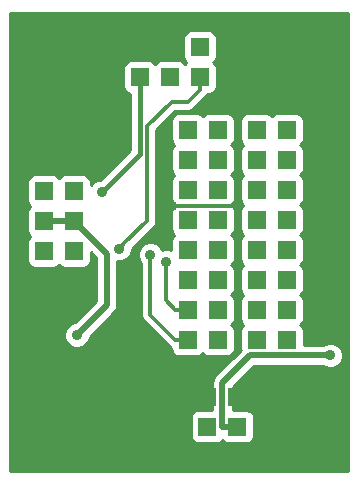
<source format=gbr>
G04 #@! TF.FileFunction,Copper,L1,Top,Signal*
%FSLAX46Y46*%
G04 Gerber Fmt 4.6, Leading zero omitted, Abs format (unit mm)*
G04 Created by KiCad (PCBNEW 0.201505041002+5641~23~ubuntu14.04.1-product) date St 6. květen 2015, 01:30:27 CEST*
%MOMM*%
G01*
G04 APERTURE LIST*
%ADD10C,0.300000*%
%ADD11R,1.524000X1.524000*%
%ADD12C,6.000000*%
%ADD13C,0.889000*%
%ADD14C,0.500000*%
%ADD15C,0.400000*%
%ADD16C,0.254000*%
G04 APERTURE END LIST*
D10*
D11*
X20193000Y2159000D03*
X17653000Y2159000D03*
X20193000Y4699000D03*
X17653000Y4699000D03*
X20193000Y7239000D03*
X17653000Y7239000D03*
X21844000Y27305000D03*
X24384000Y27305000D03*
D12*
X25400000Y35560000D03*
X5080000Y35560000D03*
X25400000Y5080000D03*
X5080000Y5080000D03*
D11*
X16002000Y12065000D03*
X18542000Y12065000D03*
X16002000Y14605000D03*
X18542000Y14605000D03*
X16002000Y17145000D03*
X18542000Y17145000D03*
X16002000Y19685000D03*
X18542000Y19685000D03*
X16002000Y22225000D03*
X18542000Y22225000D03*
X16002000Y24765000D03*
X18542000Y24765000D03*
X16002000Y27305000D03*
X18542000Y27305000D03*
X16002000Y29845000D03*
X18542000Y29845000D03*
X21844000Y12065000D03*
X24384000Y12065000D03*
X21844000Y14605000D03*
X24384000Y14605000D03*
X21844000Y17145000D03*
X24384000Y17145000D03*
X21844000Y19685000D03*
X24384000Y19685000D03*
X21844000Y22225000D03*
X24384000Y22225000D03*
X21844000Y24765000D03*
X24384000Y24765000D03*
X21844000Y29845000D03*
X24384000Y29845000D03*
X17018000Y34290000D03*
X17018000Y36830000D03*
X6350000Y17018000D03*
X3810000Y17018000D03*
X6350000Y19558000D03*
X3810000Y19558000D03*
X6350000Y22098000D03*
X3810000Y22098000D03*
X6350000Y24638000D03*
X3810000Y24638000D03*
X6350000Y27178000D03*
X3810000Y27178000D03*
X14478000Y36830000D03*
X14478000Y34290000D03*
X11938000Y36830000D03*
X11938000Y34290000D03*
D13*
X28041606Y10718800D03*
X6604000Y12446000D03*
X14681199Y23406101D03*
X8686800Y24536400D03*
X10166020Y19766816D03*
X14152542Y18655114D03*
X12823585Y19245521D03*
D14*
X6604000Y12446000D02*
X9144000Y14986000D01*
X9144000Y14986000D02*
X9144000Y19304000D01*
X9144000Y19304000D02*
X6350000Y22098000D01*
X27412989Y10718800D02*
X28041606Y10718800D01*
X21241598Y10718800D02*
X27412989Y10718800D01*
X18926999Y8404201D02*
X21241598Y10718800D01*
X18931000Y4699000D02*
X18926999Y4703001D01*
X20193000Y4699000D02*
X18931000Y4699000D01*
X18926999Y4703001D02*
X18926999Y8404201D01*
X6350000Y22098000D02*
X3810000Y22098000D01*
D10*
X14681199Y23406101D02*
X19977101Y23406101D01*
D15*
X9131299Y24980899D02*
X8686800Y24536400D01*
X11938000Y27787600D02*
X9131299Y24980899D01*
X11938000Y34290000D02*
X11938000Y27787600D01*
D10*
X17018000Y34290000D02*
X17018000Y33228000D01*
X17018000Y33228000D02*
X15981650Y32191650D01*
X12542010Y22142806D02*
X10610519Y20211315D01*
X15981650Y32191650D02*
X14614850Y32191650D01*
X14614850Y32191650D02*
X12542010Y30118810D01*
X12542010Y30118810D02*
X12542010Y22142806D01*
X10610519Y20211315D02*
X10166020Y19766816D01*
X14152542Y15392458D02*
X14152542Y18026497D01*
X14940000Y14605000D02*
X14152542Y15392458D01*
X16002000Y14605000D02*
X14940000Y14605000D01*
X14152542Y18026497D02*
X14152542Y18655114D01*
X12823585Y18616904D02*
X12823585Y19245521D01*
X12823585Y14181415D02*
X12823585Y18616904D01*
X16002000Y12065000D02*
X14940000Y12065000D01*
X14940000Y12065000D02*
X12823585Y14181415D01*
D16*
G36*
X29541000Y939000D02*
X29121293Y939000D01*
X29121293Y10932584D01*
X28957295Y11329489D01*
X28653892Y11633422D01*
X28257274Y11798113D01*
X27827822Y11798487D01*
X27430917Y11634489D01*
X27400174Y11603800D01*
X25793440Y11603800D01*
X25793440Y12827000D01*
X25746463Y13069123D01*
X25606673Y13281927D01*
X25528458Y13334723D01*
X25600927Y13382327D01*
X25743377Y13593360D01*
X25793440Y13843000D01*
X25793440Y15367000D01*
X25746463Y15609123D01*
X25606673Y15821927D01*
X25528458Y15874723D01*
X25600927Y15922327D01*
X25743377Y16133360D01*
X25793440Y16383000D01*
X25793440Y17907000D01*
X25746463Y18149123D01*
X25606673Y18361927D01*
X25528458Y18414723D01*
X25600927Y18462327D01*
X25743377Y18673360D01*
X25793440Y18923000D01*
X25793440Y20447000D01*
X25746463Y20689123D01*
X25606673Y20901927D01*
X25528458Y20954723D01*
X25600927Y21002327D01*
X25743377Y21213360D01*
X25793440Y21463000D01*
X25793440Y22987000D01*
X25746463Y23229123D01*
X25606673Y23441927D01*
X25528458Y23494723D01*
X25600927Y23542327D01*
X25743377Y23753360D01*
X25793440Y24003000D01*
X25793440Y25527000D01*
X25746463Y25769123D01*
X25606673Y25981927D01*
X25528458Y26034723D01*
X25600927Y26082327D01*
X25743377Y26293360D01*
X25793440Y26543000D01*
X25793440Y28067000D01*
X25746463Y28309123D01*
X25606673Y28521927D01*
X25528458Y28574723D01*
X25600927Y28622327D01*
X25743377Y28833360D01*
X25793440Y29083000D01*
X25793440Y30607000D01*
X25746463Y30849123D01*
X25606673Y31061927D01*
X25395640Y31204377D01*
X25146000Y31254440D01*
X23622000Y31254440D01*
X23379877Y31207463D01*
X23167073Y31067673D01*
X23114277Y30989459D01*
X23066673Y31061927D01*
X22855640Y31204377D01*
X22606000Y31254440D01*
X21082000Y31254440D01*
X20839877Y31207463D01*
X20627073Y31067673D01*
X20484623Y30856640D01*
X20434560Y30607000D01*
X20434560Y29083000D01*
X20481537Y28840877D01*
X20621327Y28628073D01*
X20699541Y28575278D01*
X20627073Y28527673D01*
X20484623Y28316640D01*
X20434560Y28067000D01*
X20434560Y26543000D01*
X20481537Y26300877D01*
X20621327Y26088073D01*
X20699541Y26035278D01*
X20627073Y25987673D01*
X20484623Y25776640D01*
X20434560Y25527000D01*
X20434560Y24003000D01*
X20481537Y23760877D01*
X20621327Y23548073D01*
X20699541Y23495278D01*
X20627073Y23447673D01*
X20484623Y23236640D01*
X20434560Y22987000D01*
X20434560Y21463000D01*
X20481537Y21220877D01*
X20621327Y21008073D01*
X20699541Y20955278D01*
X20627073Y20907673D01*
X20484623Y20696640D01*
X20434560Y20447000D01*
X20434560Y18923000D01*
X20481537Y18680877D01*
X20621327Y18468073D01*
X20699541Y18415278D01*
X20627073Y18367673D01*
X20484623Y18156640D01*
X20434560Y17907000D01*
X20434560Y16383000D01*
X20481537Y16140877D01*
X20621327Y15928073D01*
X20699541Y15875278D01*
X20627073Y15827673D01*
X20484623Y15616640D01*
X20434560Y15367000D01*
X20434560Y13843000D01*
X20481537Y13600877D01*
X20621327Y13388073D01*
X20699541Y13335278D01*
X20627073Y13287673D01*
X20484623Y13076640D01*
X20434560Y12827000D01*
X20434560Y11303000D01*
X20457253Y11186035D01*
X19951440Y10680222D01*
X19951440Y11303000D01*
X19951440Y12827000D01*
X19904463Y13069123D01*
X19764673Y13281927D01*
X19686458Y13334723D01*
X19758927Y13382327D01*
X19901377Y13593360D01*
X19951440Y13843000D01*
X19951440Y15367000D01*
X19904463Y15609123D01*
X19764673Y15821927D01*
X19686458Y15874723D01*
X19758927Y15922327D01*
X19901377Y16133360D01*
X19951440Y16383000D01*
X19951440Y17907000D01*
X19904463Y18149123D01*
X19764673Y18361927D01*
X19686458Y18414723D01*
X19758927Y18462327D01*
X19901377Y18673360D01*
X19951440Y18923000D01*
X19951440Y20447000D01*
X19904463Y20689123D01*
X19764673Y20901927D01*
X19686458Y20954723D01*
X19758927Y21002327D01*
X19901377Y21213360D01*
X19951440Y21463000D01*
X19951440Y22987000D01*
X19904463Y23229123D01*
X19764673Y23441927D01*
X19686458Y23494723D01*
X19758927Y23542327D01*
X19901377Y23753360D01*
X19951440Y24003000D01*
X19951440Y25527000D01*
X19904463Y25769123D01*
X19764673Y25981927D01*
X19686458Y26034723D01*
X19758927Y26082327D01*
X19901377Y26293360D01*
X19951440Y26543000D01*
X19951440Y28067000D01*
X19904463Y28309123D01*
X19764673Y28521927D01*
X19686458Y28574723D01*
X19758927Y28622327D01*
X19901377Y28833360D01*
X19951440Y29083000D01*
X19951440Y30607000D01*
X19904463Y30849123D01*
X19764673Y31061927D01*
X19553640Y31204377D01*
X19304000Y31254440D01*
X18427440Y31254440D01*
X18427440Y33528000D01*
X18427440Y35052000D01*
X18380463Y35294123D01*
X18240673Y35506927D01*
X18162458Y35559723D01*
X18234927Y35607327D01*
X18377377Y35818360D01*
X18427440Y36068000D01*
X18427440Y37592000D01*
X18380463Y37834123D01*
X18240673Y38046927D01*
X18029640Y38189377D01*
X17780000Y38239440D01*
X16256000Y38239440D01*
X16013877Y38192463D01*
X15801073Y38052673D01*
X15658623Y37841640D01*
X15608560Y37592000D01*
X15608560Y36068000D01*
X15655537Y35825877D01*
X15795327Y35613073D01*
X15873541Y35560278D01*
X15801073Y35512673D01*
X15748277Y35434459D01*
X15700673Y35506927D01*
X15489640Y35649377D01*
X15240000Y35699440D01*
X13716000Y35699440D01*
X13473877Y35652463D01*
X13261073Y35512673D01*
X13208277Y35434459D01*
X13160673Y35506927D01*
X12949640Y35649377D01*
X12700000Y35699440D01*
X11176000Y35699440D01*
X10933877Y35652463D01*
X10721073Y35512673D01*
X10578623Y35301640D01*
X10528560Y35052000D01*
X10528560Y33528000D01*
X10575537Y33285877D01*
X10715327Y33073073D01*
X10926360Y32930623D01*
X11103000Y32895200D01*
X11103000Y28133468D01*
X8585521Y25615990D01*
X8473016Y25616087D01*
X8076111Y25452089D01*
X7772178Y25148686D01*
X7759440Y25118010D01*
X7759440Y25400000D01*
X7712463Y25642123D01*
X7572673Y25854927D01*
X7361640Y25997377D01*
X7112000Y26047440D01*
X5588000Y26047440D01*
X5345877Y26000463D01*
X5133073Y25860673D01*
X5080277Y25782459D01*
X5032673Y25854927D01*
X4821640Y25997377D01*
X4572000Y26047440D01*
X3048000Y26047440D01*
X2805877Y26000463D01*
X2593073Y25860673D01*
X2450623Y25649640D01*
X2400560Y25400000D01*
X2400560Y23876000D01*
X2447537Y23633877D01*
X2587327Y23421073D01*
X2665541Y23368278D01*
X2593073Y23320673D01*
X2450623Y23109640D01*
X2400560Y22860000D01*
X2400560Y21336000D01*
X2447537Y21093877D01*
X2587327Y20881073D01*
X2665541Y20828278D01*
X2593073Y20780673D01*
X2450623Y20569640D01*
X2400560Y20320000D01*
X2400560Y18796000D01*
X2447537Y18553877D01*
X2587327Y18341073D01*
X2798360Y18198623D01*
X3048000Y18148560D01*
X4572000Y18148560D01*
X4814123Y18195537D01*
X5026927Y18335327D01*
X5079722Y18413542D01*
X5127327Y18341073D01*
X5338360Y18198623D01*
X5588000Y18148560D01*
X7112000Y18148560D01*
X7354123Y18195537D01*
X7566927Y18335327D01*
X7709377Y18546360D01*
X7759440Y18796000D01*
X7759440Y19436980D01*
X8259000Y18937420D01*
X8259000Y15352580D01*
X6432070Y13525651D01*
X6390216Y13525687D01*
X5993311Y13361689D01*
X5689378Y13058286D01*
X5524687Y12661668D01*
X5524313Y12232216D01*
X5688311Y11835311D01*
X5991714Y11531378D01*
X6388332Y11366687D01*
X6817784Y11366313D01*
X7214689Y11530311D01*
X7518622Y11833714D01*
X7683313Y12230332D01*
X7683350Y12273772D01*
X9769786Y14360208D01*
X9769789Y14360210D01*
X9769790Y14360210D01*
X9961633Y14647325D01*
X10029000Y14986000D01*
X10029000Y18687435D01*
X10379804Y18687129D01*
X10776709Y18851127D01*
X11080642Y19154530D01*
X11245333Y19551148D01*
X11245494Y19736133D01*
X13097089Y21587727D01*
X13267255Y21842400D01*
X13327010Y22142806D01*
X13327010Y29793652D01*
X14940008Y31406650D01*
X15981650Y31406650D01*
X16282056Y31466405D01*
X16282057Y31466405D01*
X16536729Y31636571D01*
X17573079Y32672921D01*
X17711818Y32880560D01*
X17780000Y32880560D01*
X18022123Y32927537D01*
X18234927Y33067327D01*
X18377377Y33278360D01*
X18427440Y33528000D01*
X18427440Y31254440D01*
X17780000Y31254440D01*
X17537877Y31207463D01*
X17325073Y31067673D01*
X17272277Y30989459D01*
X17224673Y31061927D01*
X17013640Y31204377D01*
X16764000Y31254440D01*
X15240000Y31254440D01*
X14997877Y31207463D01*
X14785073Y31067673D01*
X14642623Y30856640D01*
X14592560Y30607000D01*
X14592560Y29083000D01*
X14639537Y28840877D01*
X14779327Y28628073D01*
X14857541Y28575278D01*
X14785073Y28527673D01*
X14642623Y28316640D01*
X14592560Y28067000D01*
X14592560Y26543000D01*
X14639537Y26300877D01*
X14779327Y26088073D01*
X14857541Y26035278D01*
X14785073Y25987673D01*
X14642623Y25776640D01*
X14592560Y25527000D01*
X14592560Y24003000D01*
X14639537Y23760877D01*
X14779327Y23548073D01*
X14857541Y23495278D01*
X14785073Y23447673D01*
X14642623Y23236640D01*
X14592560Y22987000D01*
X14592560Y21463000D01*
X14639537Y21220877D01*
X14779327Y21008073D01*
X14857541Y20955278D01*
X14785073Y20907673D01*
X14642623Y20696640D01*
X14592560Y20447000D01*
X14592560Y19641268D01*
X14368210Y19734427D01*
X13938758Y19734801D01*
X13811214Y19682102D01*
X13739274Y19856210D01*
X13435871Y20160143D01*
X13039253Y20324834D01*
X12609801Y20325208D01*
X12212896Y20161210D01*
X11908963Y19857807D01*
X11744272Y19461189D01*
X11743898Y19031737D01*
X11907896Y18634832D01*
X12038585Y18503914D01*
X12038585Y14181415D01*
X12098340Y13881008D01*
X12268506Y13626336D01*
X14384921Y11509921D01*
X14592560Y11371182D01*
X14592560Y11303000D01*
X14639537Y11060877D01*
X14779327Y10848073D01*
X14990360Y10705623D01*
X15240000Y10655560D01*
X16764000Y10655560D01*
X17006123Y10702537D01*
X17218927Y10842327D01*
X17271722Y10920542D01*
X17319327Y10848073D01*
X17530360Y10705623D01*
X17780000Y10655560D01*
X19304000Y10655560D01*
X19546123Y10702537D01*
X19758927Y10842327D01*
X19901377Y11053360D01*
X19951440Y11303000D01*
X19951440Y10680222D01*
X18301209Y9029991D01*
X18109366Y8742876D01*
X18098188Y8686686D01*
X18041998Y8404201D01*
X18041999Y8404195D01*
X18041999Y6108440D01*
X16891000Y6108440D01*
X16648877Y6061463D01*
X16436073Y5921673D01*
X16293623Y5710640D01*
X16243560Y5461000D01*
X16243560Y3937000D01*
X16290537Y3694877D01*
X16430327Y3482073D01*
X16641360Y3339623D01*
X16891000Y3289560D01*
X18415000Y3289560D01*
X18657123Y3336537D01*
X18869927Y3476327D01*
X18922722Y3554542D01*
X18970327Y3482073D01*
X19181360Y3339623D01*
X19431000Y3289560D01*
X20955000Y3289560D01*
X21197123Y3336537D01*
X21409927Y3476327D01*
X21552377Y3687360D01*
X21602440Y3937000D01*
X21602440Y5461000D01*
X21555463Y5703123D01*
X21415673Y5915927D01*
X21204640Y6058377D01*
X20955000Y6108440D01*
X19811999Y6108440D01*
X19811999Y8037622D01*
X21608177Y9833800D01*
X27399749Y9833800D01*
X27429320Y9804178D01*
X27825938Y9639487D01*
X28255390Y9639113D01*
X28652295Y9803111D01*
X28956228Y10106514D01*
X29120919Y10503132D01*
X29121293Y10932584D01*
X29121293Y939000D01*
X939000Y939000D01*
X939000Y39701000D01*
X29541000Y39701000D01*
X29541000Y939000D01*
X29541000Y939000D01*
G37*
X29541000Y939000D02*
X29121293Y939000D01*
X29121293Y10932584D01*
X28957295Y11329489D01*
X28653892Y11633422D01*
X28257274Y11798113D01*
X27827822Y11798487D01*
X27430917Y11634489D01*
X27400174Y11603800D01*
X25793440Y11603800D01*
X25793440Y12827000D01*
X25746463Y13069123D01*
X25606673Y13281927D01*
X25528458Y13334723D01*
X25600927Y13382327D01*
X25743377Y13593360D01*
X25793440Y13843000D01*
X25793440Y15367000D01*
X25746463Y15609123D01*
X25606673Y15821927D01*
X25528458Y15874723D01*
X25600927Y15922327D01*
X25743377Y16133360D01*
X25793440Y16383000D01*
X25793440Y17907000D01*
X25746463Y18149123D01*
X25606673Y18361927D01*
X25528458Y18414723D01*
X25600927Y18462327D01*
X25743377Y18673360D01*
X25793440Y18923000D01*
X25793440Y20447000D01*
X25746463Y20689123D01*
X25606673Y20901927D01*
X25528458Y20954723D01*
X25600927Y21002327D01*
X25743377Y21213360D01*
X25793440Y21463000D01*
X25793440Y22987000D01*
X25746463Y23229123D01*
X25606673Y23441927D01*
X25528458Y23494723D01*
X25600927Y23542327D01*
X25743377Y23753360D01*
X25793440Y24003000D01*
X25793440Y25527000D01*
X25746463Y25769123D01*
X25606673Y25981927D01*
X25528458Y26034723D01*
X25600927Y26082327D01*
X25743377Y26293360D01*
X25793440Y26543000D01*
X25793440Y28067000D01*
X25746463Y28309123D01*
X25606673Y28521927D01*
X25528458Y28574723D01*
X25600927Y28622327D01*
X25743377Y28833360D01*
X25793440Y29083000D01*
X25793440Y30607000D01*
X25746463Y30849123D01*
X25606673Y31061927D01*
X25395640Y31204377D01*
X25146000Y31254440D01*
X23622000Y31254440D01*
X23379877Y31207463D01*
X23167073Y31067673D01*
X23114277Y30989459D01*
X23066673Y31061927D01*
X22855640Y31204377D01*
X22606000Y31254440D01*
X21082000Y31254440D01*
X20839877Y31207463D01*
X20627073Y31067673D01*
X20484623Y30856640D01*
X20434560Y30607000D01*
X20434560Y29083000D01*
X20481537Y28840877D01*
X20621327Y28628073D01*
X20699541Y28575278D01*
X20627073Y28527673D01*
X20484623Y28316640D01*
X20434560Y28067000D01*
X20434560Y26543000D01*
X20481537Y26300877D01*
X20621327Y26088073D01*
X20699541Y26035278D01*
X20627073Y25987673D01*
X20484623Y25776640D01*
X20434560Y25527000D01*
X20434560Y24003000D01*
X20481537Y23760877D01*
X20621327Y23548073D01*
X20699541Y23495278D01*
X20627073Y23447673D01*
X20484623Y23236640D01*
X20434560Y22987000D01*
X20434560Y21463000D01*
X20481537Y21220877D01*
X20621327Y21008073D01*
X20699541Y20955278D01*
X20627073Y20907673D01*
X20484623Y20696640D01*
X20434560Y20447000D01*
X20434560Y18923000D01*
X20481537Y18680877D01*
X20621327Y18468073D01*
X20699541Y18415278D01*
X20627073Y18367673D01*
X20484623Y18156640D01*
X20434560Y17907000D01*
X20434560Y16383000D01*
X20481537Y16140877D01*
X20621327Y15928073D01*
X20699541Y15875278D01*
X20627073Y15827673D01*
X20484623Y15616640D01*
X20434560Y15367000D01*
X20434560Y13843000D01*
X20481537Y13600877D01*
X20621327Y13388073D01*
X20699541Y13335278D01*
X20627073Y13287673D01*
X20484623Y13076640D01*
X20434560Y12827000D01*
X20434560Y11303000D01*
X20457253Y11186035D01*
X19951440Y10680222D01*
X19951440Y11303000D01*
X19951440Y12827000D01*
X19904463Y13069123D01*
X19764673Y13281927D01*
X19686458Y13334723D01*
X19758927Y13382327D01*
X19901377Y13593360D01*
X19951440Y13843000D01*
X19951440Y15367000D01*
X19904463Y15609123D01*
X19764673Y15821927D01*
X19686458Y15874723D01*
X19758927Y15922327D01*
X19901377Y16133360D01*
X19951440Y16383000D01*
X19951440Y17907000D01*
X19904463Y18149123D01*
X19764673Y18361927D01*
X19686458Y18414723D01*
X19758927Y18462327D01*
X19901377Y18673360D01*
X19951440Y18923000D01*
X19951440Y20447000D01*
X19904463Y20689123D01*
X19764673Y20901927D01*
X19686458Y20954723D01*
X19758927Y21002327D01*
X19901377Y21213360D01*
X19951440Y21463000D01*
X19951440Y22987000D01*
X19904463Y23229123D01*
X19764673Y23441927D01*
X19686458Y23494723D01*
X19758927Y23542327D01*
X19901377Y23753360D01*
X19951440Y24003000D01*
X19951440Y25527000D01*
X19904463Y25769123D01*
X19764673Y25981927D01*
X19686458Y26034723D01*
X19758927Y26082327D01*
X19901377Y26293360D01*
X19951440Y26543000D01*
X19951440Y28067000D01*
X19904463Y28309123D01*
X19764673Y28521927D01*
X19686458Y28574723D01*
X19758927Y28622327D01*
X19901377Y28833360D01*
X19951440Y29083000D01*
X19951440Y30607000D01*
X19904463Y30849123D01*
X19764673Y31061927D01*
X19553640Y31204377D01*
X19304000Y31254440D01*
X18427440Y31254440D01*
X18427440Y33528000D01*
X18427440Y35052000D01*
X18380463Y35294123D01*
X18240673Y35506927D01*
X18162458Y35559723D01*
X18234927Y35607327D01*
X18377377Y35818360D01*
X18427440Y36068000D01*
X18427440Y37592000D01*
X18380463Y37834123D01*
X18240673Y38046927D01*
X18029640Y38189377D01*
X17780000Y38239440D01*
X16256000Y38239440D01*
X16013877Y38192463D01*
X15801073Y38052673D01*
X15658623Y37841640D01*
X15608560Y37592000D01*
X15608560Y36068000D01*
X15655537Y35825877D01*
X15795327Y35613073D01*
X15873541Y35560278D01*
X15801073Y35512673D01*
X15748277Y35434459D01*
X15700673Y35506927D01*
X15489640Y35649377D01*
X15240000Y35699440D01*
X13716000Y35699440D01*
X13473877Y35652463D01*
X13261073Y35512673D01*
X13208277Y35434459D01*
X13160673Y35506927D01*
X12949640Y35649377D01*
X12700000Y35699440D01*
X11176000Y35699440D01*
X10933877Y35652463D01*
X10721073Y35512673D01*
X10578623Y35301640D01*
X10528560Y35052000D01*
X10528560Y33528000D01*
X10575537Y33285877D01*
X10715327Y33073073D01*
X10926360Y32930623D01*
X11103000Y32895200D01*
X11103000Y28133468D01*
X8585521Y25615990D01*
X8473016Y25616087D01*
X8076111Y25452089D01*
X7772178Y25148686D01*
X7759440Y25118010D01*
X7759440Y25400000D01*
X7712463Y25642123D01*
X7572673Y25854927D01*
X7361640Y25997377D01*
X7112000Y26047440D01*
X5588000Y26047440D01*
X5345877Y26000463D01*
X5133073Y25860673D01*
X5080277Y25782459D01*
X5032673Y25854927D01*
X4821640Y25997377D01*
X4572000Y26047440D01*
X3048000Y26047440D01*
X2805877Y26000463D01*
X2593073Y25860673D01*
X2450623Y25649640D01*
X2400560Y25400000D01*
X2400560Y23876000D01*
X2447537Y23633877D01*
X2587327Y23421073D01*
X2665541Y23368278D01*
X2593073Y23320673D01*
X2450623Y23109640D01*
X2400560Y22860000D01*
X2400560Y21336000D01*
X2447537Y21093877D01*
X2587327Y20881073D01*
X2665541Y20828278D01*
X2593073Y20780673D01*
X2450623Y20569640D01*
X2400560Y20320000D01*
X2400560Y18796000D01*
X2447537Y18553877D01*
X2587327Y18341073D01*
X2798360Y18198623D01*
X3048000Y18148560D01*
X4572000Y18148560D01*
X4814123Y18195537D01*
X5026927Y18335327D01*
X5079722Y18413542D01*
X5127327Y18341073D01*
X5338360Y18198623D01*
X5588000Y18148560D01*
X7112000Y18148560D01*
X7354123Y18195537D01*
X7566927Y18335327D01*
X7709377Y18546360D01*
X7759440Y18796000D01*
X7759440Y19436980D01*
X8259000Y18937420D01*
X8259000Y15352580D01*
X6432070Y13525651D01*
X6390216Y13525687D01*
X5993311Y13361689D01*
X5689378Y13058286D01*
X5524687Y12661668D01*
X5524313Y12232216D01*
X5688311Y11835311D01*
X5991714Y11531378D01*
X6388332Y11366687D01*
X6817784Y11366313D01*
X7214689Y11530311D01*
X7518622Y11833714D01*
X7683313Y12230332D01*
X7683350Y12273772D01*
X9769786Y14360208D01*
X9769789Y14360210D01*
X9769790Y14360210D01*
X9961633Y14647325D01*
X10029000Y14986000D01*
X10029000Y18687435D01*
X10379804Y18687129D01*
X10776709Y18851127D01*
X11080642Y19154530D01*
X11245333Y19551148D01*
X11245494Y19736133D01*
X13097089Y21587727D01*
X13267255Y21842400D01*
X13327010Y22142806D01*
X13327010Y29793652D01*
X14940008Y31406650D01*
X15981650Y31406650D01*
X16282056Y31466405D01*
X16282057Y31466405D01*
X16536729Y31636571D01*
X17573079Y32672921D01*
X17711818Y32880560D01*
X17780000Y32880560D01*
X18022123Y32927537D01*
X18234927Y33067327D01*
X18377377Y33278360D01*
X18427440Y33528000D01*
X18427440Y31254440D01*
X17780000Y31254440D01*
X17537877Y31207463D01*
X17325073Y31067673D01*
X17272277Y30989459D01*
X17224673Y31061927D01*
X17013640Y31204377D01*
X16764000Y31254440D01*
X15240000Y31254440D01*
X14997877Y31207463D01*
X14785073Y31067673D01*
X14642623Y30856640D01*
X14592560Y30607000D01*
X14592560Y29083000D01*
X14639537Y28840877D01*
X14779327Y28628073D01*
X14857541Y28575278D01*
X14785073Y28527673D01*
X14642623Y28316640D01*
X14592560Y28067000D01*
X14592560Y26543000D01*
X14639537Y26300877D01*
X14779327Y26088073D01*
X14857541Y26035278D01*
X14785073Y25987673D01*
X14642623Y25776640D01*
X14592560Y25527000D01*
X14592560Y24003000D01*
X14639537Y23760877D01*
X14779327Y23548073D01*
X14857541Y23495278D01*
X14785073Y23447673D01*
X14642623Y23236640D01*
X14592560Y22987000D01*
X14592560Y21463000D01*
X14639537Y21220877D01*
X14779327Y21008073D01*
X14857541Y20955278D01*
X14785073Y20907673D01*
X14642623Y20696640D01*
X14592560Y20447000D01*
X14592560Y19641268D01*
X14368210Y19734427D01*
X13938758Y19734801D01*
X13811214Y19682102D01*
X13739274Y19856210D01*
X13435871Y20160143D01*
X13039253Y20324834D01*
X12609801Y20325208D01*
X12212896Y20161210D01*
X11908963Y19857807D01*
X11744272Y19461189D01*
X11743898Y19031737D01*
X11907896Y18634832D01*
X12038585Y18503914D01*
X12038585Y14181415D01*
X12098340Y13881008D01*
X12268506Y13626336D01*
X14384921Y11509921D01*
X14592560Y11371182D01*
X14592560Y11303000D01*
X14639537Y11060877D01*
X14779327Y10848073D01*
X14990360Y10705623D01*
X15240000Y10655560D01*
X16764000Y10655560D01*
X17006123Y10702537D01*
X17218927Y10842327D01*
X17271722Y10920542D01*
X17319327Y10848073D01*
X17530360Y10705623D01*
X17780000Y10655560D01*
X19304000Y10655560D01*
X19546123Y10702537D01*
X19758927Y10842327D01*
X19901377Y11053360D01*
X19951440Y11303000D01*
X19951440Y10680222D01*
X18301209Y9029991D01*
X18109366Y8742876D01*
X18098188Y8686686D01*
X18041998Y8404201D01*
X18041999Y8404195D01*
X18041999Y6108440D01*
X16891000Y6108440D01*
X16648877Y6061463D01*
X16436073Y5921673D01*
X16293623Y5710640D01*
X16243560Y5461000D01*
X16243560Y3937000D01*
X16290537Y3694877D01*
X16430327Y3482073D01*
X16641360Y3339623D01*
X16891000Y3289560D01*
X18415000Y3289560D01*
X18657123Y3336537D01*
X18869927Y3476327D01*
X18922722Y3554542D01*
X18970327Y3482073D01*
X19181360Y3339623D01*
X19431000Y3289560D01*
X20955000Y3289560D01*
X21197123Y3336537D01*
X21409927Y3476327D01*
X21552377Y3687360D01*
X21602440Y3937000D01*
X21602440Y5461000D01*
X21555463Y5703123D01*
X21415673Y5915927D01*
X21204640Y6058377D01*
X20955000Y6108440D01*
X19811999Y6108440D01*
X19811999Y8037622D01*
X21608177Y9833800D01*
X27399749Y9833800D01*
X27429320Y9804178D01*
X27825938Y9639487D01*
X28255390Y9639113D01*
X28652295Y9803111D01*
X28956228Y10106514D01*
X29120919Y10503132D01*
X29121293Y10932584D01*
X29121293Y939000D01*
X939000Y939000D01*
X939000Y39701000D01*
X29541000Y39701000D01*
X29541000Y939000D01*
M02*

</source>
